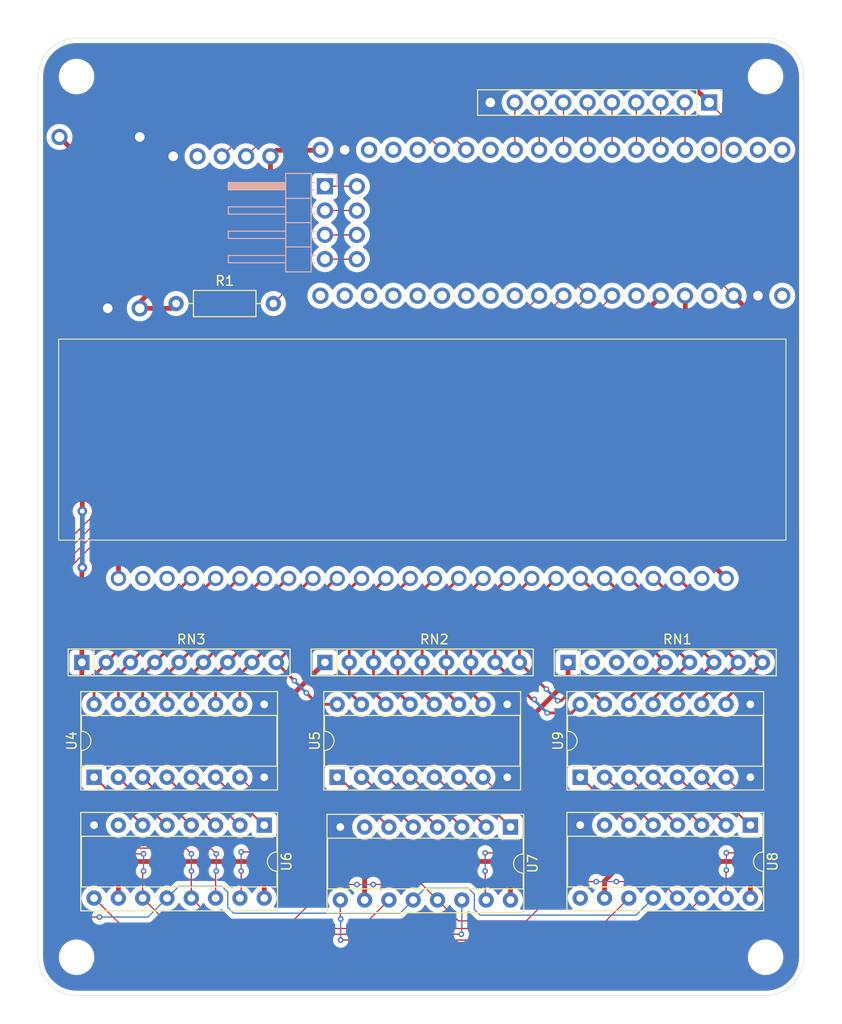
<source format=kicad_pcb>
(kicad_pcb (version 20240108) (generator "pcbnew") (generator_version "8.0")
  (title_block (title "Baldr PCB") (date "2024-06-18") (rev "0.1.0"))
  (layers (0 "F.Cu" signal) (31 "B.Cu" signal) (34 "B.Paste" user) (35 "F.Paste" user) (36 "B.SilkS" user "B.Silkscreen") (37 "F.SilkS" user "F.Silkscreen") (38 "B.Mask" user) (39 "F.Mask" user) (44 "Edge.Cuts" user))
  (net 0 "")
  (net 1 "GND")
  (net 2 "12V")
  (net 3 "GRID_2")
  (net 4 "GRID_3")
  (net 5 "GRID_1")
  (net 6 "F")
  (net 7 "E")
  (net 8 "GRID_4")
  (net 9 "D")
  (net 10 "G")
  (net 11 "GRID_7")
  (net 12 "GRID_6")
  (net 13 "B")
  (net 14 "GRID_8")
  (net 15 "COMMA")
  (net 16 "C")
  (net 17 "DP")
  (net 18 "GRID_5")
  (net 19 "GRID_10")
  (net 20 "A")
  (net 21 "GRID_11")
  (net 22 "GRID_9")
  (net 23 "HYPHEN")
  (net 24 "FILAMENT_2")
  (net 25 "FILAMENT_1")
  (net 26 "OE")
  (net 27 "SIGNAL_F")
  (net 28 "GRID_SIGNAL_4")
  (net 29 "SIGNAL_G")
  (net 30 "GRID_SIGNAL_3")
  (net 31 "GRID_SIGNAL_1")
  (net 32 "SIGNAL_E")
  (net 33 "GRID_SIGNAL_2")
  (net 34 "GRID_SIGNAL_6")
  (net 35 "GRID_SIGNAL_5")
  (net 36 "SIGNAL_COMMA")
  (net 37 "GRID_SIGNAL_7")
  (net 38 "SIGNAL_DP")
  (net 39 "SIGNAL_C")
  (net 40 "SIGNAL_D")
  (net 41 "GRID_SIGNAL_11")
  (net 42 "SIGNAL_HYPHEN")
  (net 43 "GRID_SIGNAL_8")
  (net 44 "SIGNAL_B")
  (net 45 "GRID_SIGNAL_9")
  (net 46 "GRID_SIGNAL_10")
  (net 47 "SIGNAL_A")
  (net 48 "SER")
  (net 49 "LATCH")
  (net 50 "+3V3")
  (net 51 "/SER_CHAIN_1")
  (net 52 "CLK")
  (net 53 "/SER_CHAIN_2")
  (net 56 "/SDA")
  (net 57 "/SCL")
  (net 84 "/P8")
  (net 85 "/P1")
  (net 86 "/P7")
  (net 87 "/P3")
  (net 88 "/P5")
  (net 89 "/P6")
  (net 90 "/P4")
  (net 91 "/P2")
  (net 95 "/SW_DIO")
  (net 96 "/SW_SCK")
  (net 97 "/SW_GND")
  (net 98 "/SW_3V3")
  (footprint "Custom:STM32_blackpill" (layer "F.Cu") (at 188.74 53.65 -90)
    (property "Reference" "U2" (hide yes))
    (property "Value" "~" (hide yes))
  )
  (footprint "MountingHole:MountingHole_3.2mm_M3" (layer "F.Cu") (at 115 46)
    (property "Reference" "H1" (hide yes))
    (property "Value" "MountingHole" (hide yes))
  )
  (footprint "Package_DIP:DIP-16_W7.62mm_Socket" (layer "F.Cu") (at 116.83 119.2 90)
    (property "Reference" "U4")
    (property "Value" "ULN2003A" (hide yes))
  )
  (footprint "MountingHole:MountingHole_3.2mm_M3" (layer "F.Cu") (at 187 46)
    (property "Reference" "H2" (hide yes))
    (property "Value" "MountingHole" (hide yes))
  )
  (footprint "Custom:ZD1880" (layer "F.Cu") (at 151.13 98.425)
    (property "Reference" "U10" (hide yes))
    (property "Value" "~" (hide yes))
  )
  (footprint "Resistor_THT:R_Axial_DIN0207_L6.3mm_D2.5mm_P10.16mm_Horizontal" (layer "F.Cu") (at 125.4 69.71)
    (property "Reference" "R1")
    (property "Value" "10k" (hide yes))
  )
  (footprint "Package_DIP:DIP-16_W7.62mm_Socket" (layer "F.Cu") (at 185.41 124.2 -90)
    (property "Reference" "U8")
    (property "Value" "74HC595" (hide yes))
  )
  (footprint "Custom:RTC" (layer "F.Cu") (at 135.26 54.33 180)
    (property "Reference" "U3" (hide yes))
    (property "Value" "~" (hide yes))
  )
  (footprint "MountingHole:MountingHole_3.2mm_M3" (layer "F.Cu") (at 115 138)
    (property "Reference" "H3" (hide yes))
    (property "Value" "MountingHole" (hide yes))
  )
  (footprint "Resistor_THT:R_Array_SIP9" (layer "F.Cu") (at 115.555 107.2)
    (property "Reference" "RN3")
    (property "Value" "10k" (hide yes))
  )
  (footprint "Package_DIP:DIP-16_W7.62mm_Socket" (layer "F.Cu") (at 142.23 119.2 90)
    (property "Reference" "U5")
    (property "Value" "ULN2003A" (hide yes))
  )
  (footprint "Resistor_THT:R_Array_SIP9" (layer "F.Cu") (at 166.355 107.2)
    (property "Reference" "RN1")
    (property "Value" "10k" (hide yes))
  )
  (footprint "Package_DIP:DIP-16_W7.62mm_Socket" (layer "F.Cu") (at 134.61 124.2 -90)
    (property "Reference" "U6")
    (property "Value" "74HC595" (hide yes))
  )
  (footprint "Custom:DC_step_up" (layer "F.Cu") (at 121.225 70.21 90)
    (property "Reference" "U1" (hide yes))
    (property "Value" "~" (hide yes))
  )
  (footprint "Package_DIP:DIP-16_W7.62mm_Socket" (layer "F.Cu") (at 160.34 124.4 -90)
    (property "Reference" "U7")
    (property "Value" "74HC595" (hide yes))
  )
  (footprint "MountingHole:MountingHole_3.2mm_M3" (layer "F.Cu") (at 187 138)
    (property "Reference" "H4" (hide yes))
    (property "Value" "MountingHole" (hide yes))
  )
  (footprint "Package_DIP:DIP-16_W7.62mm_Socket" (layer "F.Cu") (at 167.63 119.2 90)
    (property "Reference" "U9")
    (property "Value" "ULN2003A" (hide yes))
  )
  (footprint "Resistor_THT:R_Array_SIP9" (layer "F.Cu") (at 140.955 107.2)
    (property "Reference" "RN2")
    (property "Value" "10k" (hide yes))
  )
  (footprint "Connector_PinHeader_2.54mm:PinHeader_1x10_P2.54mm_Vertical" (layer "F.Cu") (at 181.1 48.71 -90)
    (property "Reference" "J1" (hide yes))
    (property "Value" "Conn_01x10_Pin" (hide yes))
  )
  (footprint "Connector_PinHeader_2.54mm:PinHeader_1x04_P2.54mm_Horizontal" (layer "B.Cu") (at 140.955 57.45 180)
    (property "Reference" "J2" (hide yes))
    (property "Value" "Conn_01x04_Pin" (hide yes))
  )
  (gr_arc (start 187 42) (mid 189.828427 43.171573) (end 191 46) (stroke (width 0.05)) (layer "Edge.Cuts"))
  (gr_line (start 187 42) (end 115 42) (stroke (width 0.05)) (layer "Edge.Cuts"))
  (gr_arc (start 111 46) (mid 112.171573 43.171573) (end 115 42) (stroke (width 0.05)) (layer "Edge.Cuts"))
  (gr_line (start 115 142) (end 187 142) (stroke (width 0.05)) (layer "Edge.Cuts"))
  (gr_arc (start 115 142) (mid 112.171573 140.828427) (end 111 138) (stroke (width 0.05)) (layer "Edge.Cuts"))
  (gr_arc (start 191 138) (mid 189.828427 140.828427) (end 187 142) (stroke (width 0.05)) (layer "Edge.Cuts"))
  (gr_line (start 111 46) (end 111 138) (stroke (width 0.05)) (layer "Edge.Cuts"))
  (gr_line (start 191 138) (end 191 46) (stroke (width 0.05)) (layer "Edge.Cuts"))
  (segment (start 115.6 91.4) (end 115.6 54.695) (width 0.5) (layer "F.Cu") (net 2))
  (segment (start 115.555 107.2) (end 115.555 109.785) (width 0.5) (layer "F.Cu") (net 2))
  (segment (start 137.84 114.52) (end 160.9 114.52) (width 0.5) (layer "F.Cu") (net 2))
  (segment (start 160.9 114.52) (end 166.355 109.065) (width 0.5) (layer "F.Cu") (net 2))
  (segment (start 115.555 109.785) (end 114.8 110.54) (width 0.5) (layer "F.Cu") (net 2))
  (segment (start 114.8 110.54) (end 114.8 113.5) (width 0.5) (layer "F.Cu") (net 2))
  (segment (start 115.555 97.345) (end 115.6 97.3) (width 0.5) (layer "F.Cu") (net 2))
  (segment (start 115.6 54.695) (end 113.215 52.31) (width 0.5) (layer "F.Cu") (net 2))
  (segment (start 114.8 113.5) (end 115.82 114.52) (width 0.5) (layer "F.Cu") (net 2))
  (segment (start 115.82 114.52) (end 137.84 114.52) (width 0.5) (layer "F.Cu") (net 2))
  (segment (start 166.355 109.065) (end 166.355 107.2) (width 0.5) (layer "F.Cu") (net 2))
  (segment (start 115.555 107.2) (end 115.555 97.345) (width 0.5) (layer "F.Cu") (net 2))
  (segment (start 137.84 110.315) (end 140.955 107.2) (width 0.5) (layer "F.Cu") (net 2))
  (segment (start 137.84 114.52) (end 137.84 110.315) (width 0.5) (layer "F.Cu") (net 2))
  (via (at 115.6 97.3) (size 1) (drill 0.5) (layers "F.Cu" "B.Cu") (net 2))
  (via (at 115.6 91.4) (size 1) (drill 0.5) (layers "F.Cu" "B.Cu") (net 2))
  (segment (start 115.6 97.3) (end 115.6 91.4) (width 0.5) (layer "B.Cu") (net 2))
  (segment (start 131.95 98.425) (end 132.08 98.425) (width 0.3) (layer "F.Cu") (net 3))
  (segment (start 121.91 108.465) (end 123.175 107.2) (width 0.3) (layer "F.Cu") (net 3))
  (segment (start 123.175 107.2) (end 131.95 98.425) (width 0.3) (layer "F.Cu") (net 3))
  (segment (start 121.91 111.58) (end 121.91 108.465) (width 0.3) (layer "F.Cu") (net 3))
  (segment (start 126.99 108.465) (end 128.255 107.2) (width 0.3) (layer "F.Cu") (net 4))
  (segment (start 128.255 107.2) (end 137.03 98.425) (width 0.3) (layer "F.Cu") (net 4))
  (segment (start 137.03 98.425) (end 137.16 98.425) (width 0.3) (layer "F.Cu") (net 4))
  (segment (start 126.99 111.58) (end 126.99 108.465) (width 0.3) (layer "F.Cu") (net 4))
  (segment (start 118.095 107.295) (end 116.83 108.56) (width 0.3) (layer "F.Cu") (net 5))
  (segment (start 118.095 107.2) (end 118.095 107.295) (width 0.3) (layer "F.Cu") (net 5))
  (segment (start 126.87 98.425) (end 127 98.425) (width 0.3) (layer "F.Cu") (net 5))
  (segment (start 116.83 108.56) (end 116.83 111.58) (width 0.3) (layer "F.Cu") (net 5))
  (segment (start 118.095 107.2) (end 126.87 98.425) (width 0.3) (layer "F.Cu") (net 5))
  (segment (start 124.45 108.465) (end 125.715 107.2) (width 0.3) (layer "F.Cu") (net 6))
  (segment (start 134.49 98.425) (end 134.62 98.425) (width 0.3) (layer "F.Cu") (net 6))
  (segment (start 125.715 107.2) (end 134.49 98.425) (width 0.3) (layer "F.Cu") (net 6))
  (segment (start 124.45 111.58) (end 124.45 108.465) (width 0.3) (layer "F.Cu") (net 6))
  (segment (start 129.53 108.465) (end 130.795 107.2) (width 0.3) (layer "F.Cu") (net 7))
  (segment (start 139.57 98.425) (end 139.7 98.425) (width 0.3) (layer "F.Cu") (net 7))
  (segment (start 129.53 111.58) (end 129.53 108.465) (width 0.3) (layer "F.Cu") (net 7))
  (segment (start 130.795 107.2) (end 139.57 98.425) (width 0.3) (layer "F.Cu") (net 7))
  (segment (start 142.11 98.425) (end 142.24 98.425) (width 0.3) (layer "F.Cu") (net 8))
  (segment (start 132.07 108.465) (end 133.335 107.2) (width 0.3) (layer "F.Cu") (net 8))
  (segment (start 132.07 111.58) (end 132.07 108.465) (width 0.3) (layer "F.Cu") (net 8))
  (segment (start 133.335 107.2) (end 142.11 98.425) (width 0.3) (layer "F.Cu") (net 8))
  (segment (start 140.21 111.58) (end 142.23 111.58) (width 0.3) (layer "F.Cu") (net 9))
  (segment (start 144.65 98.425) (end 144.78 98.425) (width 0.3) (layer "F.Cu") (net 9))
  (segment (start 135.875 107.2) (end 135.875 107.225) (width 0.3) (layer "F.Cu") (net 9))
  (segment (start 135.875 107.225) (end 137.76 109.11) (width 0.3) (layer "F.Cu") (net 9))
  (segment (start 135.875 107.2) (end 144.65 98.425) (width 0.3) (layer "F.Cu") (net 9))
  (segment (start 139.01 110.38) (end 140.21 111.58) (width 0.3) (layer "F.Cu") (net 9))
  (via (at 139.01 110.38) (size 0.6) (drill 0.3) (layers "F.Cu" "B.Cu") (net 9))
  (via (at 137.76 109.11) (size 0.6) (drill 0.3) (layers "F.Cu" "B.Cu") (net 9))
  (segment (start 137.76 109.11) (end 137.76 109.13) (width 0.3) (layer "B.Cu") (net 9))
  (segment (start 137.76 109.13) (end 139.01 110.38) (width 0.3) (layer "B.Cu") (net 9))
  (segment (start 119.37 111.58) (end 119.37 108.465) (width 0.3) (layer "F.Cu") (net 10))
  (segment (start 129.41 98.425) (end 129.54 98.425) (width 0.3) (layer "F.Cu") (net 10))
  (segment (start 120.635 107.2) (end 129.41 98.425) (width 0.3) (layer "F.Cu") (net 10))
  (segment (start 119.37 108.465) (end 120.635 107.2) (width 0.3) (layer "F.Cu") (net 10))
  (segment (start 153.655 102.25) (end 157.48 98.425) (width 0.3) (layer "F.Cu") (net 11))
  (segment (start 153.655 107.2) (end 153.655 110.305) (width 0.3) (layer "F.Cu") (net 11))
  (segment (start 153.655 107.2) (end 153.655 102.25) (width 0.3) (layer "F.Cu") (net 11))
  (segment (start 153.655 110.305) (end 154.93 111.58) (width 0.3) (layer "F.Cu") (net 11))
  (segment (start 148.575 107.2) (end 148.575 102.25) (width 0.3) (layer "F.Cu") (net 12))
  (segment (start 148.575 102.25) (end 152.4 98.425) (width 0.3) (layer "F.Cu") (net 12))
  (segment (start 148.575 107.2) (end 148.575 110.305) (width 0.3) (layer "F.Cu") (net 12))
  (segment (start 148.575 110.305) (end 149.85 111.58) (width 0.3) (layer "F.Cu") (net 12))
  (segment (start 164.065 109.99) (end 164.1 109.99) (width 0.3) (layer "F.Cu") (net 13))
  (segment (start 168.58 109.99) (end 170.17 111.58) (width 0.3) (layer "F.Cu") (net 13))
  (segment (start 161.275 102.25) (end 165.1 98.425) (width 0.3) (layer "F.Cu") (net 13))
  (segment (start 161.275 107.2) (end 161.275 102.25) (width 0.3) (layer "F.Cu") (net 13))
  (segment (start 165.649669 111.200331) (end 166.86 109.99) (width 0.3) (layer "F.Cu") (net 13))
  (segment (start 165.280331 111.200331) (end 165.649669 111.200331) (width 0.3) (layer "F.Cu") (net 13))
  (segment (start 161.275 107.2) (end 164.065 109.99) (width 0.3) (layer "F.Cu") (net 13))
  (segment (start 166.86 109.99) (end 168.58 109.99) (width 0.3) (layer "F.Cu") (net 13))
  (via (at 165.280331 111.200331) (size 0.6) (drill 0.3) (layers "F.Cu" "B.Cu") (net 13))
  (via (at 164.1 109.99) (size 0.6) (drill 0.3) (layers "F.Cu" "B.Cu") (net 13))
  (segment (start 164.1 109.99) (end 164.1 110.02) (width 0.3) (layer "B.Cu") (net 13))
  (segment (start 164.1 110.02) (end 165.280331 111.200331) (width 0.3) (layer "B.Cu") (net 13))
  (segment (start 166.73 112.48) (end 167.63 111.58) (width 0.3) (layer "F.Cu") (net 14))
  (segment (start 164.18 112.48) (end 166.73 112.48) (width 0.3) (layer "F.Cu") (net 14))
  (segment (start 158.735 107.2) (end 162.595 111.06) (width 0.3) (layer "F.Cu") (net 14))
  (segment (start 162.595 111.06) (end 162.84 111.06) (width 0.3) (layer "F.Cu") (net 14))
  (segment (start 158.735 102.25) (end 162.56 98.425) (width 0.3) (layer "F.Cu") (net 14))
  (segment (start 158.735 107.2) (end 158.735 102.25) (width 0.3) (layer "F.Cu") (net 14))
  (via (at 162.84 111.06) (size 0.6) (drill 0.3) (layers "F.Cu" "B.Cu") (net 14))
  (via (at 164.18 112.48) (size 0.6) (drill 0.3) (layers "F.Cu" "B.Cu") (net 14))
  (segment (start 162.84 111.06) (end 162.84 111.14) (width 0.3) (layer "B.Cu") (net 14))
  (segment (start 162.84 111.14) (end 164.18 112.48) (width 0.3) (layer "B.Cu") (net 14))
  (segment (start 156.195 107.2) (end 156.195 110.305) (width 0.3) (layer "F.Cu") (net 15))
  (segment (start 156.195 102.25) (end 160.02 98.425) (width 0.3) (layer "F.Cu") (net 15))
  (segment (start 156.195 107.2) (end 156.195 102.25) (width 0.3) (layer "F.Cu") (net 15))
  (segment (start 156.195 110.305) (end 157.47 111.58) (width 0.3) (layer "F.Cu") (net 15))
  (segment (start 146.035 102.25) (end 149.86 98.425) (width 0.3) (layer "F.Cu") (net 16))
  (segment (start 146.035 107.2) (end 146.035 102.25) (width 0.3) (layer "F.Cu") (net 16))
  (segment (start 147.31 111.58) (end 146.035 110.305) (width 0.3) (layer "F.Cu") (net 16))
  (segment (start 146.035 110.305) (end 146.035 107.2) (width 0.3) (layer "F.Cu") (net 16))
  (segment (start 151.115 107.2) (end 151.115 110.305) (width 0.3) (layer "F.Cu") (net 17))
  (segment (start 151.115 102.25) (end 154.94 98.425) (width 0.3) (layer "F.Cu") (net 17))
  (segment (start 151.115 110.305) (end 152.39 111.58) (width 0.3) (layer "F.Cu") (net 17))
  (segment (start 151.115 107.2) (end 151.115 102.25) (width 0.3) (layer "F.Cu") (net 17))
  (segment (start 143.495 110.305) (end 143.495 107.2) (width 0.3) (layer "F.Cu") (net 18))
  (segment (start 144.77 111.58) (end 143.495 110.305) (width 0.3) (layer "F.Cu") (net 18))
  (segment (start 143.495 107.2) (end 143.495 102.25) (width 0.3) (layer "F.Cu") (net 18))
  (segment (start 143.495 102.25) (end 147.32 98.425) (width 0.3) (layer "F.Cu") (net 18))
  (segment (start 175.25 111.005) (end 175.25 111.58) (width 0.3) (layer "F.Cu") (net 19))
  (segment (start 170.28 98.425) (end 170.18 98.425) (width 0.3) (layer "F.Cu") (net 19))
  (segment (start 179.055 107.2) (end 170.28 98.425) (width 0.3) (layer "F.Cu") (net 19))
  (segment (start 179.055 107.2) (end 175.25 111.005) (width 0.3) (layer "F.Cu") (net 19))
  (segment (start 181.595 107.2) (end 172.82 98.425) (width 0.3) (layer "F.Cu") (net 20))
  (segment (start 181.595 107.2) (end 177.79 111.005) (width 0.3) (layer "F.Cu") (net 20))
  (segment (start 172.82 98.425) (end 172.72 98.425) (width 0.3) (layer "F.Cu") (net 20))
  (segment (start 177.79 111.005) (end 177.79 111.58) (width 0.3) (layer "F.Cu") (net 20))
  (segment (start 184.135 107.2) (end 180.33 111.005) (width 0.3) (layer "F.Cu") (net 21))
  (segment (start 184.135 107.2) (end 175.36 98.425) (width 0.3) (layer "F.Cu") (net 21))
  (segment (start 180.33 111.005) (end 180.33 111.58) (width 0.3) (layer "F.Cu") (net 21))
  (segment (start 175.36 98.425) (end 175.26 98.425) (width 0.3) (layer "F.Cu") (net 21))
  (segment (start 176.515 107.2) (end 167.74 98.425) (width 0.3) (layer "F.Cu") (net 22))
  (segment (start 172.71 111.005) (end 172.71 111.58) (width 0.3) (layer "F.Cu") (net 22))
  (segment (start 167.74 98.425) (end 167.64 98.425) (width 0.3) (layer "F.Cu") (net 22))
  (segment (start 176.515 107.2) (end 172.71 111.005) (width 0.3) (layer "F.Cu") (net 22))
  (segment (start 177.9 98.425) (end 177.8 98.425) (width 0.3) (layer "F.Cu") (net 23))
  (segment (start 186.675 107.2) (end 182.87 111.005) (width 0.3) (layer "F.Cu") (net 23))
  (segment (start 182.87 111.005) (end 182.87 111.58) (width 0.3) (layer "F.Cu") (net 23))
  (segment (start 186.675 107.2) (end 177.9 98.425) (width 0.3) (layer "F.Cu") (net 23))
  (segment (start 178.61 94.155) (end 178.61 68.94) (width 0.5) (layer "F.Cu") (net 24))
  (segment (start 182.88 98.425) (end 178.61 94.155) (width 0.5) (layer "F.Cu") (net 24))
  (segment (start 119.38 98.425) (end 119.38 96.52) (width 0.5) (layer "F.Cu") (net 25))
  (segment (start 152.31 92.7) (end 176.07 68.94) (width 0.5) (layer "F.Cu") (net 25))
  (segment (start 119.38 96.52) (end 123.2 92.7) (width 0.5) (layer "F.Cu") (net 25))
  (segment (start 123.2 92.7) (end 152.31 92.7) (width 0.5) (layer "F.Cu") (net 25))
  (segment (start 126.4 126.6) (end 127 127.2) (width 0.13) (layer "F.Cu") (net 26))
  (segment (start 126.99 131.82) (end 129.52 134.35) (width 0.13) (layer "F.Cu") (net 26))
  (segment (start 135.56 69.71) (end 138.52 66.75) (width 0.13) (layer "F.Cu") (net 26))
  (segment (start 148.79 88.6) (end 122 88.6) (width 0.13) (layer "F.Cu") (net 26))
  (segment (start 166.26 66.75) (end 168.45 68.94) (width 0.13) (layer "F.Cu") (net 26))
  (segment (start 129.52 134.35) (end 137.45 134.35) (width 0.13) (layer "F.Cu") (net 26))
  (segment (start 126.99 129.01) (end 127 129) (width 0.13) (layer "F.Cu") (net 26))
  (segment (start 176.07 130.1) (end 177.79 131.82) (width 0.13) (layer "F.Cu") (net 26))
  (segment (start 154.9 134.2) (end 162 134.2) (width 0.13) (layer "F.Cu") (net 26))
  (segment (start 113.2 125.2) (end 114.6 126.6) (width 0.13) (layer "F.Cu") (net 26))
  (segment (start 141.4 130.4) (end 144.3 130.4) (width 0.13) (layer "F.Cu") (net 26))
  (segment (start 113.2 97.4) (end 113.2 125.2) (width 0.13) (layer "F.Cu") (net 26))
  (segment (start 152.72 132.02) (end 154.9 134.2) (width 0.13) (layer "F.Cu") (net 26))
  (segment (start 114.6 126.6) (end 126.4 126.6) (width 0.13) (layer "F.Cu") (net 26))
  (segment (start 126.99 131.82) (end 126.99 129.01) (width 0.13) (layer "F.Cu") (net 26))
  (segment (start 168.45 68.94) (end 148.79 88.6) (width 0.13) (layer "F.Cu") (net 26))
  (segment (start 137.45 134.35) (end 141.4 130.4) (width 0.13) (layer "F.Cu") (net 26))
  (segment (start 122 88.6) (end 113.2 97.4) (width 0.13) (layer "F.Cu") (net 26))
  (segment (start 146 130.4) (end 151.1 130.4) (width 0.13) (layer "F.Cu") (net 26))
  (segment (start 166 130.2) (end 166.1 130.1) (width 0.13) (layer "F.Cu") (net 26))
  (segment (start 162 134.2) (end 166 130.2) (width 0.13) (layer "F.Cu") (net 26))
  (segment (start 151.1 130.4) (end 152.72 132.02) (width 0.13) (layer "F.Cu") (net 26))
  (segment (start 166.1 130.1) (end 169.3 130.1) (width 0.13) (layer "F.Cu") (net 26))
  (segment (start 171.4 130.1) (end 176.07 130.1) (width 0.13) (layer "F.Cu") (net 26))
  (segment (start 138.52 66.75) (end 166.26 66.75) (width 0.13) (layer "F.Cu") (net 26))
  (via (at 146 130.4) (size 0.6) (drill 0.3) (layers "F.Cu" "B.Cu") (net 26))
  (via (at 144.3 130.4) (size 0.6) (drill 0.3) (layers "F.Cu" "B.Cu") (net 26))
  (via (at 171.4 130.1) (size 0.6) (drill 0.3) (layers "F.Cu" "B.Cu") (net 26))
  (via (at 169.3 130.1) (size 0.6) (drill 0.3) (layers "F.Cu" "B.Cu") (net 26))
  (via (at 127 129) (size 0.6) (drill 0.3) (layers "F.Cu" "B.Cu") (net 26))
  (via (at 127 127.2) (size 0.6) (drill 0.3) (layers "F.Cu" "B.Cu") (net 26))
  (segment (start 127 129) (end 127 127.2) (width 0.13) (layer "B.Cu") (net 26))
  (segment (start 169.3 130.1) (end 171.4 130.1) (width 0.13) (layer "B.Cu") (net 26))
  (segment (start 144.3 130.4) (end 146 130.4) (width 0.13) (layer "B.Cu") (net 26))
  (segment (start 124.45 119.2) (end 129.45 124.2) (width 0.2) (layer "F.Cu") (net 27))
  (segment (start 129.45 124.2) (end 129.53 124.2) (width 0.2) (layer "F.Cu") (net 27))
  (segment (start 136 123.13) (end 136 124.6) (width 0.13) (layer "F.Cu") (net 28))
  (segment (start 134.4 127) (end 132.2 127) (width 0.13) (layer "F.Cu") (net 28))
  (segment (start 132.2 129) (end 132.2 131.69) (width 0.13) (layer "F.Cu") (net 28))
  (segment (start 136 124.6) (end 136 125.4) (width 0.13) (layer "F.Cu") (net 28))
  (segment (start 132.2 131.69) (end 132.07 131.82) (width 0.13) (layer "F.Cu") (net 28))
  (segment (start 136 125.4) (end 134.4 127) (width 0.13) (layer "F.Cu") (net 28))
  (segment (start 132.07 119.2) (end 136 123.13) (width 0.13) (layer "F.Cu") (net 28))
  (via (at 132.2 129) (size 0.6) (drill 0.3) (layers "F.Cu" "B.Cu") (net 28))
  (via (at 132.2 127) (size 0.6) (drill 0.3) (layers "F.Cu" "B.Cu") (net 28))
  (segment (start 132.2 127) (end 132.2 129) (width 0.13) (layer "B.Cu") (net 28))
  (segment (start 124.37 124.2) (end 124.45 124.2) (width 0.2) (layer "F.Cu") (net 29))
  (segment (start 119.37 119.2) (end 124.37 124.2) (width 0.2) (layer "F.Cu") (net 29))
  (segment (start 131.99 124.2) (end 132.07 124.2) (width 0.2) (layer "F.Cu") (net 30))
  (segment (start 126.99 119.2) (end 131.99 124.2) (width 0.2) (layer "F.Cu") (net 30))
  (segment (start 116.91 119.2) (end 121.91 124.2) (width 0.2) (layer "F.Cu") (net 31))
  (segment (start 116.83 119.2) (end 116.91 119.2) (width 0.2) (layer "F.Cu") (net 31))
  (segment (start 134.53 124.2) (end 134.61 124.2) (width 0.2) (layer "F.Cu") (net 32))
  (segment (start 129.53 119.2) (end 134.53 124.2) (width 0.2) (layer "F.Cu") (net 32))
  (segment (start 126.91 124.2) (end 126.99 124.2) (width 0.2) (layer "F.Cu") (net 33))
  (segment (start 121.91 119.2) (end 126.91 124.2) (width 0.2) (layer "F.Cu") (net 33))
  (segment (start 150.06 119.2) (end 149.85 119.2) (width 0.2) (layer "F.Cu") (net 34))
  (segment (start 155.26 124.4) (end 150.06 119.2) (width 0.2) (layer "F.Cu") (net 34))
  (segment (start 150.18 124.4) (end 144.98 119.2) (width 0.2) (layer "F.Cu") (net 35))
  (segment (start 144.98 119.2) (end 144.77 119.2) (width 0.2) (layer "F.Cu") (net 35))
  (segment (start 157.7 131.92) (end 157.8 132.02) (width 0.13) (layer "F.Cu") (net 36))
  (segment (start 161.7 125.4) (end 161.7 125.8) (width 0.13) (layer "F.Cu") (net 36))
  (segment (start 160.4 127.1) (end 157.7 127.1) (width 0.13) (layer "F.Cu") (net 36))
  (segment (start 161.7 125.8) (end 161 126.5) (width 0.13) (layer "F.Cu") (net 36))
  (segment (start 157.7 129) (end 157.7 131.92) (width 0.13) (layer "F.Cu") (net 36))
  (segment (start 157.47 119.2) (end 161.7 123.43) (width 0.13) (layer "F.Cu") (net 36))
  (segment (start 161.7 123.43) (end 161.7 125.4) (width 0.13) (layer "F.Cu") (net 36))
  (segment (start 161 126.5) (end 160.4 127.1) (width 0.13) (layer "F.Cu") (net 36))
  (via (at 157.7 127.1) (size 0.6) (drill 0.3) (layers "F.Cu" "B.Cu") (net 36))
  (via (at 157.7 129) (size 0.6) (drill 0.3) (layers "F.Cu" "B.Cu") (net 36))
  (segment (start 157.7 127.1) (end 157.7 129) (width 0.13) (layer "B.Cu") (net 36))
  (segment (start 155.14 119.2) (end 154.93 119.2) (width 0.2) (layer "F.Cu") (net 37))
  (segment (start 160.34 124.4) (end 155.14 119.2) (width 0.2) (layer "F.Cu") (net 37))
  (segment (start 157.8 124.4) (end 152.6 119.2) (width 0.2) (layer "F.Cu") (net 38))
  (segment (start 152.6 119.2) (end 152.39 119.2) (width 0.2) (layer "F.Cu") (net 38))
  (segment (start 152.72 124.4) (end 147.52 119.2) (width 0.2) (layer "F.Cu") (net 39))
  (segment (start 147.52 119.2) (end 147.31 119.2) (width 0.2) (layer "F.Cu") (net 39))
  (segment (start 147.64 124.4) (end 142.44 119.2) (width 0.2) (layer "F.Cu") (net 40))
  (segment (start 142.44 119.2) (end 142.23 119.2) (width 0.2) (layer "F.Cu") (net 40))
  (segment (start 185.33 124.2) (end 180.33 119.2) (width 0.2) (layer "F.Cu") (net 41))
  (segment (start 185.41 124.2) (end 185.33 124.2) (width 0.2) (layer "F.Cu") (net 41))
  (segment (start 186.9 125.6) (end 185.9 126.6) (width 0.13) (layer "F.Cu") (net 42))
  (segment (start 182.9 128.9) (end 182.87 128.93) (width 0.13) (layer "F.Cu") (net 42))
  (segment (start 186.9 123.23) (end 186.9 124.1) (width 0.13) (layer "F.Cu") (net 42))
  (segment (start 186.9 124.1) (end 186.9 125.6) (width 0.13) (layer "F.Cu") (net 42))
  (segment (start 182.87 119.2) (end 186.9 123.23) (width 0.13) (layer "F.Cu") (net 42))
  (segment (start 185.4 127.1) (end 182.9 127.1) (width 0.13) (layer "F.Cu") (net 42))
  (segment (start 185.9 126.6) (end 185.4 127.1) (width 0.13) (layer "F.Cu") (net 42))
  (segment (start 182.87 128.93) (end 182.87 131.82) (width 0.13) (layer "F.Cu") (net 42))
  (via (at 182.9 128.9) (size 0.6) (drill 0.3) (layers "F.Cu" "B.Cu") (net 42))
  (via (at 182.9 127.1) (size 0.6) (drill 0.3) (layers "F.Cu" "B.Cu") (net 42))
  (segment (start 182.9 127.1) (end 182.9 128.9) (width 0.13) (layer "B.Cu") (net 42))
  (segment (start 167.71 119.2) (end 167.63 119.2) (width 0.2) (layer "F.Cu") (net 43))
  (segment (start 172.71 124.2) (end 167.71 119.2) (width 0.2) (layer "F.Cu") (net 43))
  (segment (start 170.25 119.2) (end 170.17 119.2) (width 0.2) (layer "F.Cu") (net 44))
  (segment (start 175.25 124.2) (end 170.25 119.2) (width 0.2) (layer "F.Cu") (net 44))
  (segment (start 177.79 124.2) (end 172.79 119.2) (width 0.2) (layer "F.Cu") (net 45))
  (segment (start 172.79 119.2) (end 172.71 119.2) (width 0.2) (layer "F.Cu") (net 45))
  (segment (start 175.33 119.2) (end 175.25 119.2) (width 0.2) (layer "F.Cu") (net 46))
  (segment (start 180.33 124.2) (end 175.33 119.2) (width 0.2) (layer "F.Cu") (net 46))
  (segment (start 182.87 124.2) (end 177.87 119.2) (width 0.2) (layer "F.Cu") (net 47))
  (segment (start 177.87 119.2) (end 177.79 119.2) (width 0.2) (layer "F.Cu") (net 47))
  (segment (start 128.4 126) (end 115 126) (width 0.13) (layer "F.Cu") (net 48))
  (segment (start 113.8 97.8) (end 122.4 89.2) (width 0.13) (layer "F.Cu") (net 48))
  (segment (start 129.6 127.2) (end 128.4 126) (width 0.13) (layer "F.Cu") (net 48))
  (segment (start 150.73 89.2) (end 170.99 68.94) (width 0.13) (layer "F.Cu") (net 48))
  (segment (start 129.53 131.82) (end 129.53 129.07) (width 0.13) (layer "F.Cu") (net 48))
  (segment (start 113.8 124.8) (end 113.8 97.8) (width 0.13) (layer "F.Cu") (net 48))
  (segment (start 115 126) (end 113.8 124.8) (width 0.13) (layer "F.Cu") (net 48))
  (segment (start 129.53 129.07) (end 129.6 129) (width 0.13) (layer "F.Cu") (net 48))
  (segment (start 122.4 89.2) (end 150.73 89.2) (width 0.13) (layer "F.Cu") (net 48))
  (via (at 129.6 129) (size 0.6) (drill 0.3) (layers "F.Cu" "B.Cu") (net 48))
  (via (at 129.6 127.2) (size 0.6) (drill 0.3) (layers "F.Cu" "B.Cu") (net 48))
  (segment (start 129.6 129) (end 129.6 127.2) (width 0.13) (layer "B.Cu") (net 48))
  (segment (start 144.91 87.4) (end 163.37 68.94) (width 0.13) (layer "F.Cu") (net 49))
  (segment (start 115.6 133.8) (end 112 130.2) (width 0.13) (layer "F.Cu") (net 49))
  (segment (start 121.2 87.4) (end 144.91 87.4) (width 0.13) (layer "F.Cu") (net 49))
  (segment (start 112 130.2) (end 112 96.6) (width 0.13) (layer "F.Cu") (net 49))
  (segment (start 117.4 133.8) (end 115.6 133.8) (width 0.13) (layer "F.Cu") (net 49))
  (segment (start 112 96.6) (end 121.2 87.4) (width 0.13) (layer "F.Cu") (net 49))
  (via (at 117.4 133.8) (size 0.6) (drill 0.3) (layers "F.Cu" "B.Cu") (net 49))
  (segment (start 130.2 130.6) (end 130.8 131.2) (width 0.13) (layer "B.Cu") (net 49))
  (segment (start 148.8 133.4) (end 150.18 132.02) (width 0.13) (layer "B.Cu") (net 49))
  (segment (start 156.565 131.4) (end 155.965 130.8) (width 0.13) (layer "B.Cu") (net 49))
  (segment (start 130.8 132.8) (end 131.4 133.4) (width 0.13) (layer "B.Cu") (net 49))
  (segment (start 175.25 131.82) (end 173.47 133.6) (width 0.13) (layer "B.Cu") (net 49))
  (segment (start 157.165 133.6) (end 156.565 133) (width 0.13) (layer "B.Cu") (net 49))
  (segment (start 156.565 133) (end 156.565 131.4) (width 0.13) (layer "B.Cu") (net 49))
  (segment (start 124.45 131.82) (end 125.67 130.6) (width 0.13) (layer "B.Cu") (net 49))
  (segment (start 173.47 133.6) (end 157.165 133.6) (width 0.13) (layer "B.Cu") (net 49))
  (segment (start 125.67 130.6) (end 130.2 130.6) (width 0.13) (layer "B.Cu") (net 49))
  (segment (start 131.4 133.4) (end 148.8 133.4) (width 0.13) (layer "B.Cu") (net 49))
  (segment (start 124.45 131.82) (end 122.47 133.8) (width 0.13) (layer "B.Cu") (net 49))
  (segment (start 151.4 130.8) (end 150.18 132.02) (width 0.13) (layer "B.Cu") (net 49))
  (segment (start 122.47 133.8) (end 117.4 133.8) (width 0.13) (layer "B.Cu") (net 49))
  (segment (start 155.965 130.8) (end 151.4 130.8) (width 0.13) (layer "B.Cu") (net 49))
  (segment (start 130.8 131.2) (end 130.8 132.8) (width 0.13) (layer "B.Cu") (net 49))
  (segment (start 135.26 55.925) (end 135.26 54.33) (width 0.5) (layer "F.Cu") (net 50))
  (segment (start 145.1 132.02) (end 145.1 129.7) (width 0.5) (layer "F.Cu") (net 50))
  (segment (start 121.605 69.58) (end 121.605 70.21) (width 0.5) (layer "F.Cu") (net 50))
  (segment (start 145.1 129.7) (end 146.8 128) (width 0.5) (layer "F.Cu") (net 50))
  (segment (start 140.51 53.7) (end 135.89 53.7) (width 0.5) (layer "F.Cu") (net 50))
  (segment (start 130.145 61.04) (end 126.78 61.04) (width 0.5) (layer "F.Cu") (net 50))
  (segment (start 178.15 45.76) (end 181.1 48.71) (width 0.5) (layer "F.Cu") (net 50))
  (segment (start 185.41 131.82) (end 185.41 129.59) (width 0.5) (layer "F.Cu") (net 50))
  (segment (start 146.8 128) (end 162.1 128) (width 0.5) (layer "F.Cu") (net 50))
  (segment (start 123.43 57.69) (end 123.43 50.38) (width 0.5) (layer "F.Cu") (net 50))
  (segment (start 182.36 49.97) (end 181.1 48.71) (width 0.13) (layer "F.Cu") (net 50))
  (segment (start 121 128) (end 136.4 128) (width 0.5) (layer "F.Cu") (net 50))
  (segment (start 160.34 129.76) (end 162.1 128) (width 0.5) (layer "F.Cu") (net 50))
  (segment (start 130.145 61.04) (end 135.26 55.925) (width 0.5) (layer "F.Cu") (net 50))
  (segment (start 183.66 68.89) (end 182.36 67.59) (width 0.13) (layer "F.Cu") (net 50))
  (segment (start 172.2 128) (end 187 128) (width 0.5) (layer "F.Cu") (net 50))
  (segment (start 160.34 132.02) (end 160.34 129.76) (width 0.5) (layer "F.Cu") (net 50))
  (segment (start 134.61 129.79) (end 136.4 128) (width 0.5) (layer "F.Cu") (net 50))
  (segment (start 170.17 130.03) (end 172.2 128) (width 0.5) (layer "F.Cu") (net 50))
  (segment (start 130.145 61.04) (end 121.605 69.58) (width 0.5) (layer "F.Cu") (net 50))
  (segment (start 136.4 128) (end 146.8 128) (width 0.5) (layer "F.Cu") (net 50))
  (segment (start 182.36 67.59) (end 182.36 49.97) (width 0.13) (layer "F.Cu") (net 50))
  (segment (start 188.6 126.4) (end 188.6 73.85) (width 0.5) (layer "F.Cu") (net 50))
  (segment (start 185.41 129.59) (end 187 128) (width 0.5) (layer "F.Cu") (net 50))
  (segment (start 126.78 61.04) (end 123.43 57.69) (width 0.5) (layer "F.Cu") (net 50))
  (segment (start 135.89 53.7) (end 135.26 54.33) (width 0.5) (layer "F.Cu") (net 50))
  (segment (start 188.6 73.85) (end 183.69 68.94) (width 0.5) (layer "F.Cu") (net 50))
  (segment (start 120.4 128.6) (end 121 128) (width 0.5) (layer "F.Cu") (net 50))
  (segment (start 128.05 45.76) (end 178.15 45.76) (width 0.5) (layer "F.Cu") (net 50))
  (segment (start 121.605 70.21) (end 124.9 70.21) (width 0.5) (layer "F.Cu") (net 50))
  (segment (start 162.1 128) (end 172.2 128) (width 0.5) (layer "F.Cu") (net 50))
  (segment (start 124.9 70.21) (end 125.4 69.71) (width 0.5) (layer "F.Cu") (net 50))
  (segment (start 187 128) (end 188.6 126.4) (width 0.5) (layer "F.Cu") (net 50))
  (segment (start 123.43 50.38) (end 128.05 45.76) (width 0.5) (layer "F.Cu") (net 50))
  (segment (start 119.37 129.63) (end 120.4 128.6) (width 0.5) (layer "F.Cu") (net 50))
  (segment (start 119.37 131.82) (end 119.37 129.63) (width 0.5) (layer "F.Cu") (net 50))
  (segment (start 134.61 131.82) (end 134.61 129.79) (width 0.5) (layer "F.Cu") (net 50))
  (segment (start 170.17 131.82) (end 170.17 130.03) (width 0.5) (layer "F.Cu") (net 50))
  (segment (start 116.83 131.82) (end 120.61 135.6) (width 0.13) (layer "F.Cu") (net 51))
  (segment (start 120.61 135.6) (end 154.6 135.6) (width 0.13) (layer "F.Cu") (net 51))
  (segment (start 154.6 135.6) (end 155.2 135.6) (width 0.13) (layer "F.Cu") (net 51))
  (via (at 155.2 135.6) (size 0.6) (drill 0.3) (layers "F.Cu" "B.Cu") (net 51))
  (segment (start 155.26 135.54) (end 155.26 132.02) (width 0.13) (layer "B.Cu") (net 51))
  (segment (start 155.2 135.6) (end 155.26 135.54) (width 0.13) (layer "B.Cu") (net 51))
  (segment (start 155.2 132.08) (end 155.26 132.02) (width 0.13) (layer "B.Cu") (net 51))
  (segment (start 125.09 135) (end 144.66 135) (width 0.13) (layer "F.Cu") (net 52))
  (segment (start 144.66 135) (end 147.64 132.02) (width 0.13) (layer "F.Cu") (net 52))
  (segment (start 169.53 135) (end 172.71 131.82) (width 0.13) (layer "F.Cu") (net 52))
  (segment (start 122 127.2) (end 114.2 127.2) (width 0.13) (layer "F.Cu") (net 52))
  (segment (start 121.91 131.82) (end 121.91 129.09) (width 0.13) (layer "F.Cu") (net 52))
  (segment (start 144.66 135) (end 169.53 135) (width 0.13) (layer "F.Cu") (net 52))
  (segment (start 112.6 125.6) (end 112.6 97) (width 0.13) (layer "F.Cu") (net 52))
  (segment (start 114.2 127.2) (end 112.6 125.6) (width 0.13) (layer "F.Cu") (net 52))
  (segment (start 121.91 129.09) (end 122 129) (width 0.13) (layer "F.Cu") (net 52))
  (segment (start 121.6 88) (end 146.85 88) (width 0.13) (layer "F.Cu") (net 52))
  (segment (start 121.91 131.82) (end 125.09 135) (width 0.13) (layer "F.Cu") (net 52))
  (segment (start 112.6 97) (end 121.6 88) (width 0.13) (layer "F.Cu") (net 52))
  (segment (start 146.85 88) (end 165.91 68.94) (width 0.13) (layer "F.Cu") (net 52))
  (via (at 122 129) (size 0.6) (drill 0.3) (layers "F.Cu" "B.Cu") (net 52))
  (via (at 122 127.2) (size 0.6) (drill 0.3) (layers "F.Cu" "B.Cu") (net 52))
  (segment (start 122 129) (end 122 127.2) (width 0.13) (layer "B.Cu") (net 52))
  (segment (start 142.6 136.2) (end 175.95 136.2) (width 0.13) (layer "F.Cu") (net 53))
  (segment (start 142.56 132.02) (end 142.56 133.96) (width 0.13) (layer "F.Cu") (net 53))
  (segment (start 175.95 136.2) (end 180.33 131.82) (width 0.13) (layer "F.Cu") (net 53))
  (segment (start 142.56 133.96) (end 142.6 134) (width 0.13) (layer "F.Cu") (net 53))
  (via (at 142.6 134) (size 0.6) (drill 0.3) (layers "F.Cu" "B.Cu") (net 53))
  (via (at 142.6 136.2) (size 0.6) (drill 0.3) (layers "F.Cu" "B.Cu") (net 53))
  (segment (start 142.6 134) (end 142.6 136.2) (width 0.13) (layer "B.Cu") (net 53))
  (segment (start 151.16 51.65) (end 153.21 53.7) (width 0.13) (layer "F.Cu") (net 56))
  (segment (start 135.4 51.65) (end 151.16 51.65) (width 0.13) (layer "F.Cu") (net 56))
  (segment (start 132.72 54.33) (end 135.4 51.65) (width 0.13) (layer "F.Cu") (net 56))
  (segment (start 133.93 50.58) (end 152.63 50.58) (width 0.13) (layer "F.Cu") (net 57))
  (segment (start 130.18 54.33) (end 133.93 50.58) (width 0.13) (layer "F.Cu") (net 57))
  (segment (start 152.63 50.58) (end 155.75 53.7) (width 0.13) (layer "F.Cu") (net 57))
  (segment (start 160.83 53.68) (end 160.8 53.65) (width 0.13) (layer "F.Cu") (net 84))
  (segment (start 160.82 53.69) (end 160.83 53.7) (width 0.13) (layer "F.Cu") (net 84))
  (segment (start 160.8 48.73) (end 160.78 48.71) (width 0.13) (layer "F.Cu") (net 84))
  (segment (start 160.8 53.65) (end 160.8 48.73) (width 0.13) (layer "F.Cu") (net 84))
  (segment (start 178.61 53.68) (end 178.58 53.65) (width 0.13) (layer "F.Cu") (net 85))
  (segment (start 178.6 53.69) (end 178.61 53.7) (width 0.13) (layer "F.Cu") (net 85))
  (segment (start 178.58 48.73) (end 178.56 48.71) (width 0.13) (layer "F.Cu") (net 85))
  (segment (start 178.58 53.65) (end 178.58 48.73) (width 0.13) (layer "F.Cu") (net 85))
  (segment (start 163.34 48.73) (end 163.32 48.71) (width 0.13) (layer "F.Cu") (net 86))
  (segment (start 163.36 53.69) (end 163.37 53.7) (width 0.13) (layer "F.Cu") (net 86))
  (segment (start 163.34 53.65) (end 163.34 48.73) (width 0.13) (layer "F.Cu") (net 86))
  (segment (start 163.37 53.68) (end 163.34 53.65) (width 0.13) (layer "F.Cu") (net 86))
  (segment (start 173.53 53.68) (end 173.5 53.65) (width 0.13) (layer "F.Cu") (net 87))
  (segment (start 173.5 53.65) (end 173.5 48.73) (width 0.13) (layer "F.Cu") (net 87))
  (segment (start 173.5 48.73) (end 173.48 48.71) (width 0.13) (layer "F.Cu") (net 87))
  (segment (start 173.52 53.69) (end 173.53 53.7) (width 0.13) (layer "F.Cu") (net 87))
  (segment (start 168.45 53.68) (end 168.42 53.65) (width 0.13) (layer "F.Cu") (net 88))
  (segment (start 168.42 53.65) (end 168.42 48.73) (width 0.13) (layer "F.Cu") (net 88))
  (segment (start 168.44 53.69) (end 168.45 53.7) (width 0.13) (layer "F.Cu") (net 88))
  (segment (start 168.42 48.73) (end 168.4 48.71) (width 0.13) (layer "F.Cu") (net 88))
  (segment (start 165.9 53.69) (end 165.91 53.7) (width 0.13) (layer "F.Cu") (net 89))
  (segment (start 165.88 48.73) (end 165.86 48.71) (width 0.13) (layer "F.Cu") (net 89))
  (segment (start 165.91 53.68) (end 165.88 53.65) (width 0.13) (layer "F.Cu") (net 89))
  (segment (start 165.88 53.65) (end 165.88 48.73) (width 0.13) (layer "F.Cu") (net 89))
  (segment (start 170.96 48.73) (end 170.94 48.71) (width 0.13) (layer "F.Cu") (net 90))
  (segment (start 170.98 53.69) (end 170.99 53.7) (width 0.13) (layer "F.Cu") (net 90))
  (segment (start 170.96 53.65) (end 170.96 48.73) (width 0.13) (layer "F.Cu") (net 90))
  (segment (start 170.99 53.68) (end 170.96 53.65) (width 0.13) (layer "F.Cu") (net 90))
  (segment (start 176.06 53.69) (end 176.07 53.7) (width 0.13) (layer "F.Cu") (net 91))
  (segment (start 176.04 48.73) (end 176.02 48.71) (width 0.13) (layer "F.Cu") (net 91))
  (segment (start 176.04 53.65) (end 176.04 48.73) (width 0.13) (layer "F.Cu") (net 91))
  (segment (start 176.07 53.68) (end 176.04 53.65) (width 0.13) (layer "F.Cu") (net 91))
  (segment (start 144.28 59.99) (end 144.29 60) (width 0.13) (layer "F.Cu") (net 95))
  (segment (start 140.955 59.99) (end 144.28 59.99) (width 0.13) (layer "F.Cu") (net 95))
  (segment (start 144.29 62.54) (end 140.965 62.54) (width 0.13) (layer "F.Cu") (net 96))
  (segment (start 140.965 62.54) (end 140.955 62.53) (width 0.13) (layer "F.Cu") (net 96))
  (segment (start 140.955 65.07) (end 144.28 65.07) (width 0.13) (layer "F.Cu") (net 97))
  (segment (start 144.28 65.07) (end 144.29 65.08) (width 0.13) (layer "F.Cu") (net 97))
  (segment (start 144.31 57.48) (end 144.29 57.46) (width 0.13) (layer "F.Cu") (net 98))
  (segment (start 144.28 57.45) (end 144.29 57.46) (width 0.13) (layer "F.Cu") (net 98))
  (segment (start 140.955 57.45) (end 144.28 57.45) (width 0.13) (layer "F.Cu") (net 98))
  (zone (net 1) (net_name "GND") (layer "B.Cu") (connect_pads yes (clearance 0.5)) (min_thickness 0.25) (fill yes (thermal_gap 0.5) (thermal_bridge_width 0.5))
    (polygon (pts (xy 107 38) (xy 195 38) (xy 195 145) (xy 107 145)))
  )
)
</source>
